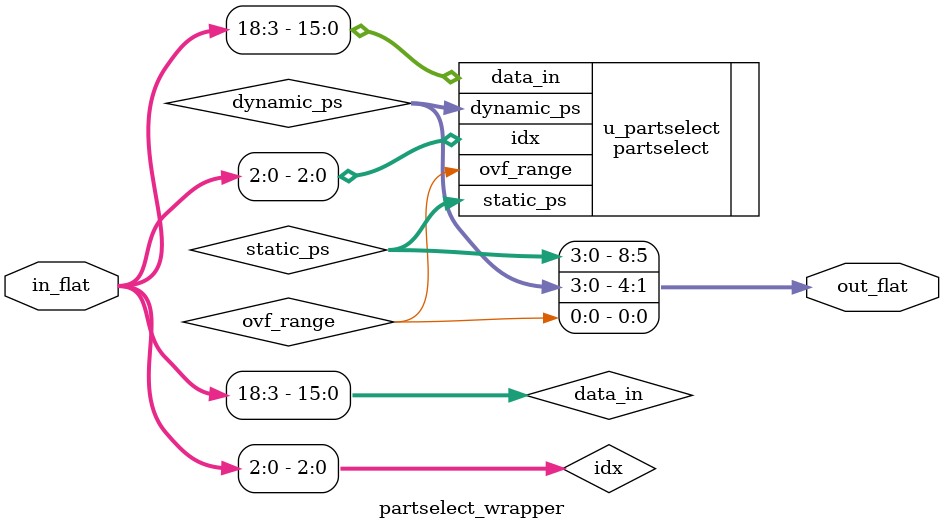
<source format=sv>
module partselect_wrapper (
    input  wire [18:0] in_flat,
    output wire [8:0] out_flat
);

  // Slice `in_flat` into original inputs
  wire [15:0] data_in = in_flat[18:3];
  wire [2:0] idx = in_flat[2:0];

  // Wires to capture original module outputs
  wire [3:0] static_ps;
  wire [3:0] dynamic_ps;
  wire ovf_range;

  // Instantiate the original module
  partselect u_partselect (
    .data_in(data_in),
    .idx(idx),
    .static_ps(static_ps),
    .dynamic_ps(dynamic_ps),
    .ovf_range(ovf_range)
  );

  // Pack original outputs into `out_flat`
  assign out_flat[8:5] = static_ps;
  assign out_flat[4:1] = dynamic_ps;
  assign out_flat[0] = ovf_range;

endmodule  // partselect_wrapper
</source>
